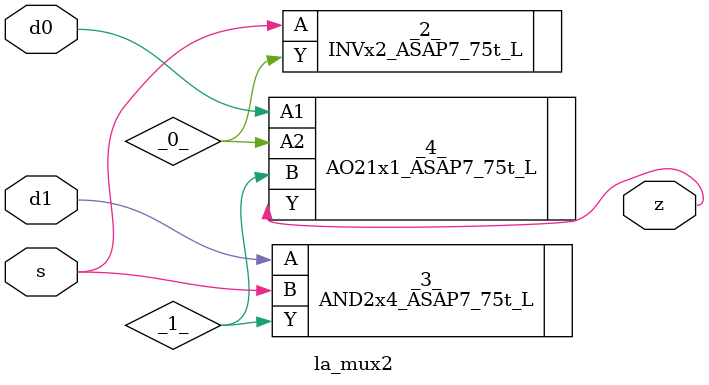
<source format=v>

/* Generated by Yosys 0.37 (git sha1 a5c7f69ed, clang 14.0.0-1ubuntu1.1 -fPIC -Os) */

module la_mux2(d0, d1, s, z);
  wire _0_;
  wire _1_;
  input d0;
  wire d0;
  input d1;
  wire d1;
  input s;
  wire s;
  output z;
  wire z;
  INVx2_ASAP7_75t_L _2_ (
    .A(s),
    .Y(_0_)
  );
  AND2x4_ASAP7_75t_L _3_ (
    .A(d1),
    .B(s),
    .Y(_1_)
  );
  AO21x1_ASAP7_75t_L _4_ (
    .A1(d0),
    .A2(_0_),
    .B(_1_),
    .Y(z)
  );
endmodule

</source>
